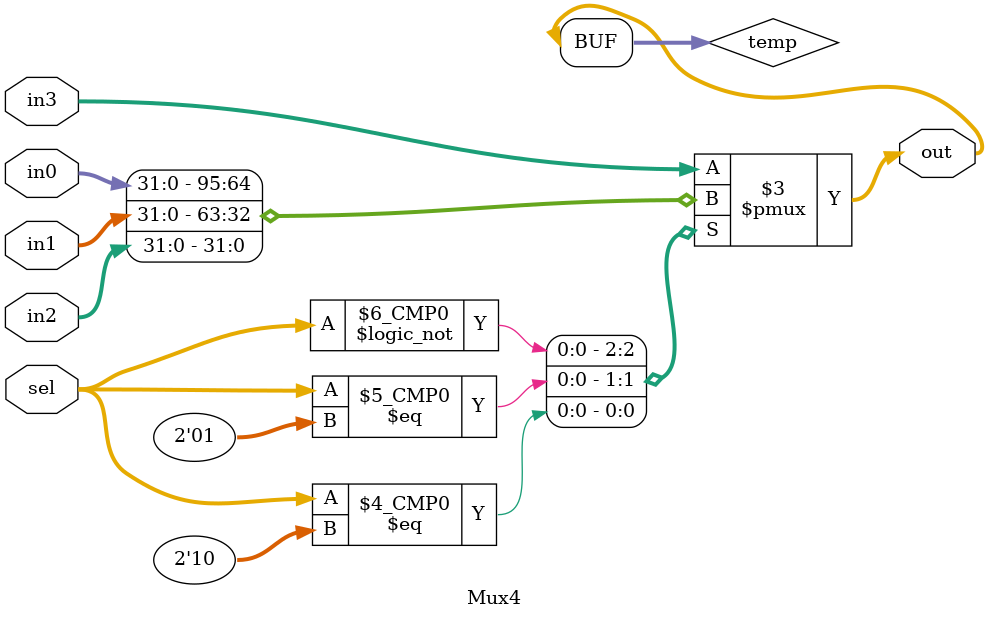
<source format=v>
/*
File Name : Mux4.v
Create time : 2021.07.14 00:03
Author : Morning Han
Function : 
    4 way selector

*/

module Mux4 (
    input wire[31:0] in0,
    input wire[31:0] in1,
    input wire[31:0] in2,
    input wire[31:0] in3,
    input wire[1:0] sel,

    output wire[31:0] out
);
    reg[31:0] temp;

    always @(*) begin
        case (sel)
            2'b00:
                temp = in0;
            2'b01:
                temp = in1;
            2'b10:
                temp = in2;
            default:
                temp = in3; 
        endcase
    end

    assign out = temp;
endmodule
</source>
